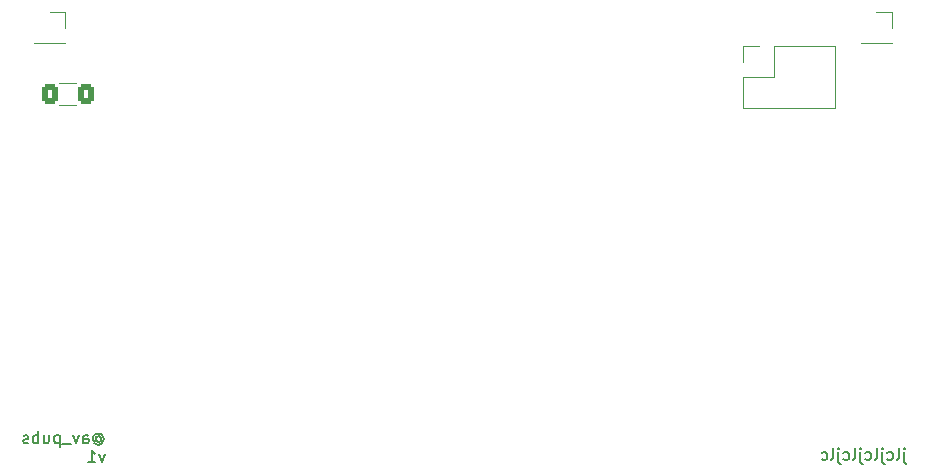
<source format=gbr>
G04 #@! TF.GenerationSoftware,KiCad,Pcbnew,(6.99.0-2452-gdb4f2d9dd8)*
G04 #@! TF.CreationDate,2022-08-01T20:19:13-05:00*
G04 #@! TF.ProjectId,council of matts,636f756e-6369-46c2-906f-66206d617474,rev?*
G04 #@! TF.SameCoordinates,Original*
G04 #@! TF.FileFunction,Legend,Bot*
G04 #@! TF.FilePolarity,Positive*
%FSLAX46Y46*%
G04 Gerber Fmt 4.6, Leading zero omitted, Abs format (unit mm)*
G04 Created by KiCad (PCBNEW (6.99.0-2452-gdb4f2d9dd8)) date 2022-08-01 20:19:13*
%MOMM*%
%LPD*%
G01*
G04 APERTURE LIST*
G04 Aperture macros list*
%AMRoundRect*
0 Rectangle with rounded corners*
0 $1 Rounding radius*
0 $2 $3 $4 $5 $6 $7 $8 $9 X,Y pos of 4 corners*
0 Add a 4 corners polygon primitive as box body*
4,1,4,$2,$3,$4,$5,$6,$7,$8,$9,$2,$3,0*
0 Add four circle primitives for the rounded corners*
1,1,$1+$1,$2,$3*
1,1,$1+$1,$4,$5*
1,1,$1+$1,$6,$7*
1,1,$1+$1,$8,$9*
0 Add four rect primitives between the rounded corners*
20,1,$1+$1,$2,$3,$4,$5,0*
20,1,$1+$1,$4,$5,$6,$7,0*
20,1,$1+$1,$6,$7,$8,$9,0*
20,1,$1+$1,$8,$9,$2,$3,0*%
G04 Aperture macros list end*
%ADD10C,0.150000*%
%ADD11C,0.120000*%
%ADD12R,1.700000X1.700000*%
%ADD13O,1.700000X1.700000*%
%ADD14RoundRect,0.250000X0.400000X0.625000X-0.400000X0.625000X-0.400000X-0.625000X0.400000X-0.625000X0*%
G04 APERTURE END LIST*
D10*
X140361904Y-101915714D02*
X140361904Y-102772857D01*
X140361904Y-102772857D02*
X140409523Y-102868095D01*
X140409523Y-102868095D02*
X140504761Y-102915714D01*
X140504761Y-102915714D02*
X140552380Y-102915714D01*
X140361904Y-101582380D02*
X140409523Y-101630000D01*
X140409523Y-101630000D02*
X140361904Y-101677619D01*
X140361904Y-101677619D02*
X140314285Y-101630000D01*
X140314285Y-101630000D02*
X140361904Y-101582380D01*
X140361904Y-101582380D02*
X140361904Y-101677619D01*
X139742857Y-102582380D02*
X139838095Y-102534761D01*
X139838095Y-102534761D02*
X139885714Y-102439523D01*
X139885714Y-102439523D02*
X139885714Y-101582380D01*
X138933333Y-102534761D02*
X139028571Y-102582380D01*
X139028571Y-102582380D02*
X139219047Y-102582380D01*
X139219047Y-102582380D02*
X139314285Y-102534761D01*
X139314285Y-102534761D02*
X139361904Y-102487142D01*
X139361904Y-102487142D02*
X139409523Y-102391904D01*
X139409523Y-102391904D02*
X139409523Y-102106190D01*
X139409523Y-102106190D02*
X139361904Y-102010952D01*
X139361904Y-102010952D02*
X139314285Y-101963333D01*
X139314285Y-101963333D02*
X139219047Y-101915714D01*
X139219047Y-101915714D02*
X139028571Y-101915714D01*
X139028571Y-101915714D02*
X138933333Y-101963333D01*
X138504761Y-101915714D02*
X138504761Y-102772857D01*
X138504761Y-102772857D02*
X138552380Y-102868095D01*
X138552380Y-102868095D02*
X138647618Y-102915714D01*
X138647618Y-102915714D02*
X138695237Y-102915714D01*
X138504761Y-101582380D02*
X138552380Y-101630000D01*
X138552380Y-101630000D02*
X138504761Y-101677619D01*
X138504761Y-101677619D02*
X138457142Y-101630000D01*
X138457142Y-101630000D02*
X138504761Y-101582380D01*
X138504761Y-101582380D02*
X138504761Y-101677619D01*
X137885714Y-102582380D02*
X137980952Y-102534761D01*
X137980952Y-102534761D02*
X138028571Y-102439523D01*
X138028571Y-102439523D02*
X138028571Y-101582380D01*
X137076190Y-102534761D02*
X137171428Y-102582380D01*
X137171428Y-102582380D02*
X137361904Y-102582380D01*
X137361904Y-102582380D02*
X137457142Y-102534761D01*
X137457142Y-102534761D02*
X137504761Y-102487142D01*
X137504761Y-102487142D02*
X137552380Y-102391904D01*
X137552380Y-102391904D02*
X137552380Y-102106190D01*
X137552380Y-102106190D02*
X137504761Y-102010952D01*
X137504761Y-102010952D02*
X137457142Y-101963333D01*
X137457142Y-101963333D02*
X137361904Y-101915714D01*
X137361904Y-101915714D02*
X137171428Y-101915714D01*
X137171428Y-101915714D02*
X137076190Y-101963333D01*
X136647618Y-101915714D02*
X136647618Y-102772857D01*
X136647618Y-102772857D02*
X136695237Y-102868095D01*
X136695237Y-102868095D02*
X136790475Y-102915714D01*
X136790475Y-102915714D02*
X136838094Y-102915714D01*
X136647618Y-101582380D02*
X136695237Y-101630000D01*
X136695237Y-101630000D02*
X136647618Y-101677619D01*
X136647618Y-101677619D02*
X136599999Y-101630000D01*
X136599999Y-101630000D02*
X136647618Y-101582380D01*
X136647618Y-101582380D02*
X136647618Y-101677619D01*
X136028571Y-102582380D02*
X136123809Y-102534761D01*
X136123809Y-102534761D02*
X136171428Y-102439523D01*
X136171428Y-102439523D02*
X136171428Y-101582380D01*
X135219047Y-102534761D02*
X135314285Y-102582380D01*
X135314285Y-102582380D02*
X135504761Y-102582380D01*
X135504761Y-102582380D02*
X135599999Y-102534761D01*
X135599999Y-102534761D02*
X135647618Y-102487142D01*
X135647618Y-102487142D02*
X135695237Y-102391904D01*
X135695237Y-102391904D02*
X135695237Y-102106190D01*
X135695237Y-102106190D02*
X135647618Y-102010952D01*
X135647618Y-102010952D02*
X135599999Y-101963333D01*
X135599999Y-101963333D02*
X135504761Y-101915714D01*
X135504761Y-101915714D02*
X135314285Y-101915714D01*
X135314285Y-101915714D02*
X135219047Y-101963333D01*
X134790475Y-101915714D02*
X134790475Y-102772857D01*
X134790475Y-102772857D02*
X134838094Y-102868095D01*
X134838094Y-102868095D02*
X134933332Y-102915714D01*
X134933332Y-102915714D02*
X134980951Y-102915714D01*
X134790475Y-101582380D02*
X134838094Y-101630000D01*
X134838094Y-101630000D02*
X134790475Y-101677619D01*
X134790475Y-101677619D02*
X134742856Y-101630000D01*
X134742856Y-101630000D02*
X134790475Y-101582380D01*
X134790475Y-101582380D02*
X134790475Y-101677619D01*
X134171428Y-102582380D02*
X134266666Y-102534761D01*
X134266666Y-102534761D02*
X134314285Y-102439523D01*
X134314285Y-102439523D02*
X134314285Y-101582380D01*
X133361904Y-102534761D02*
X133457142Y-102582380D01*
X133457142Y-102582380D02*
X133647618Y-102582380D01*
X133647618Y-102582380D02*
X133742856Y-102534761D01*
X133742856Y-102534761D02*
X133790475Y-102487142D01*
X133790475Y-102487142D02*
X133838094Y-102391904D01*
X133838094Y-102391904D02*
X133838094Y-102106190D01*
X133838094Y-102106190D02*
X133790475Y-102010952D01*
X133790475Y-102010952D02*
X133742856Y-101963333D01*
X133742856Y-101963333D02*
X133647618Y-101915714D01*
X133647618Y-101915714D02*
X133457142Y-101915714D01*
X133457142Y-101915714D02*
X133361904Y-101963333D01*
X71942857Y-100686190D02*
X71990476Y-100638571D01*
X71990476Y-100638571D02*
X72085714Y-100590952D01*
X72085714Y-100590952D02*
X72180952Y-100590952D01*
X72180952Y-100590952D02*
X72276190Y-100638571D01*
X72276190Y-100638571D02*
X72323809Y-100686190D01*
X72323809Y-100686190D02*
X72371428Y-100781428D01*
X72371428Y-100781428D02*
X72371428Y-100876666D01*
X72371428Y-100876666D02*
X72323809Y-100971904D01*
X72323809Y-100971904D02*
X72276190Y-101019523D01*
X72276190Y-101019523D02*
X72180952Y-101067142D01*
X72180952Y-101067142D02*
X72085714Y-101067142D01*
X72085714Y-101067142D02*
X71990476Y-101019523D01*
X71990476Y-101019523D02*
X71942857Y-100971904D01*
X71942857Y-100590952D02*
X71942857Y-100971904D01*
X71942857Y-100971904D02*
X71895238Y-101019523D01*
X71895238Y-101019523D02*
X71847619Y-101019523D01*
X71847619Y-101019523D02*
X71752380Y-100971904D01*
X71752380Y-100971904D02*
X71704761Y-100876666D01*
X71704761Y-100876666D02*
X71704761Y-100638571D01*
X71704761Y-100638571D02*
X71800000Y-100495714D01*
X71800000Y-100495714D02*
X71942857Y-100400476D01*
X71942857Y-100400476D02*
X72133333Y-100352857D01*
X72133333Y-100352857D02*
X72323809Y-100400476D01*
X72323809Y-100400476D02*
X72466666Y-100495714D01*
X72466666Y-100495714D02*
X72561904Y-100638571D01*
X72561904Y-100638571D02*
X72609523Y-100829047D01*
X72609523Y-100829047D02*
X72561904Y-101019523D01*
X72561904Y-101019523D02*
X72466666Y-101162380D01*
X72466666Y-101162380D02*
X72323809Y-101257619D01*
X72323809Y-101257619D02*
X72133333Y-101305238D01*
X72133333Y-101305238D02*
X71942857Y-101257619D01*
X71942857Y-101257619D02*
X71800000Y-101162380D01*
X70847619Y-101162380D02*
X70847619Y-100638571D01*
X70847619Y-100638571D02*
X70895238Y-100543333D01*
X70895238Y-100543333D02*
X70990476Y-100495714D01*
X70990476Y-100495714D02*
X71180952Y-100495714D01*
X71180952Y-100495714D02*
X71276190Y-100543333D01*
X70847619Y-101114761D02*
X70942857Y-101162380D01*
X70942857Y-101162380D02*
X71180952Y-101162380D01*
X71180952Y-101162380D02*
X71276190Y-101114761D01*
X71276190Y-101114761D02*
X71323809Y-101019523D01*
X71323809Y-101019523D02*
X71323809Y-100924285D01*
X71323809Y-100924285D02*
X71276190Y-100829047D01*
X71276190Y-100829047D02*
X71180952Y-100781428D01*
X71180952Y-100781428D02*
X70942857Y-100781428D01*
X70942857Y-100781428D02*
X70847619Y-100733809D01*
X70466666Y-100495714D02*
X70228571Y-101162380D01*
X70228571Y-101162380D02*
X69990476Y-100495714D01*
X69847619Y-101257619D02*
X69085714Y-101257619D01*
X68847618Y-100495714D02*
X68847618Y-101495714D01*
X68847618Y-100543333D02*
X68752380Y-100495714D01*
X68752380Y-100495714D02*
X68561904Y-100495714D01*
X68561904Y-100495714D02*
X68466666Y-100543333D01*
X68466666Y-100543333D02*
X68419047Y-100590952D01*
X68419047Y-100590952D02*
X68371428Y-100686190D01*
X68371428Y-100686190D02*
X68371428Y-100971904D01*
X68371428Y-100971904D02*
X68419047Y-101067142D01*
X68419047Y-101067142D02*
X68466666Y-101114761D01*
X68466666Y-101114761D02*
X68561904Y-101162380D01*
X68561904Y-101162380D02*
X68752380Y-101162380D01*
X68752380Y-101162380D02*
X68847618Y-101114761D01*
X67514285Y-100495714D02*
X67514285Y-101162380D01*
X67942856Y-100495714D02*
X67942856Y-101019523D01*
X67942856Y-101019523D02*
X67895237Y-101114761D01*
X67895237Y-101114761D02*
X67799999Y-101162380D01*
X67799999Y-101162380D02*
X67657142Y-101162380D01*
X67657142Y-101162380D02*
X67561904Y-101114761D01*
X67561904Y-101114761D02*
X67514285Y-101067142D01*
X67038094Y-101162380D02*
X67038094Y-100162380D01*
X67038094Y-100543333D02*
X66942856Y-100495714D01*
X66942856Y-100495714D02*
X66752380Y-100495714D01*
X66752380Y-100495714D02*
X66657142Y-100543333D01*
X66657142Y-100543333D02*
X66609523Y-100590952D01*
X66609523Y-100590952D02*
X66561904Y-100686190D01*
X66561904Y-100686190D02*
X66561904Y-100971904D01*
X66561904Y-100971904D02*
X66609523Y-101067142D01*
X66609523Y-101067142D02*
X66657142Y-101114761D01*
X66657142Y-101114761D02*
X66752380Y-101162380D01*
X66752380Y-101162380D02*
X66942856Y-101162380D01*
X66942856Y-101162380D02*
X67038094Y-101114761D01*
X66180951Y-101114761D02*
X66085713Y-101162380D01*
X66085713Y-101162380D02*
X65895237Y-101162380D01*
X65895237Y-101162380D02*
X65799999Y-101114761D01*
X65799999Y-101114761D02*
X65752380Y-101019523D01*
X65752380Y-101019523D02*
X65752380Y-100971904D01*
X65752380Y-100971904D02*
X65799999Y-100876666D01*
X65799999Y-100876666D02*
X65895237Y-100829047D01*
X65895237Y-100829047D02*
X66038094Y-100829047D01*
X66038094Y-100829047D02*
X66133332Y-100781428D01*
X66133332Y-100781428D02*
X66180951Y-100686190D01*
X66180951Y-100686190D02*
X66180951Y-100638571D01*
X66180951Y-100638571D02*
X66133332Y-100543333D01*
X66133332Y-100543333D02*
X66038094Y-100495714D01*
X66038094Y-100495714D02*
X65895237Y-100495714D01*
X65895237Y-100495714D02*
X65799999Y-100543333D01*
X72657142Y-102115714D02*
X72419047Y-102782380D01*
X72419047Y-102782380D02*
X72180952Y-102115714D01*
X71276190Y-102782380D02*
X71847618Y-102782380D01*
X71561904Y-102782380D02*
X71561904Y-101782380D01*
X71561904Y-101782380D02*
X71657142Y-101925238D01*
X71657142Y-101925238D02*
X71752380Y-102020476D01*
X71752380Y-102020476D02*
X71847618Y-102068095D01*
D11*
X134470000Y-67570000D02*
X134470000Y-72770000D01*
X129330000Y-67570000D02*
X134470000Y-67570000D01*
X129330000Y-67570000D02*
X129330000Y-70170000D01*
X128060000Y-67570000D02*
X126730000Y-67570000D01*
X126730000Y-67570000D02*
X126730000Y-68900000D01*
X129330000Y-70170000D02*
X126730000Y-70170000D01*
X126730000Y-70170000D02*
X126730000Y-72770000D01*
X126730000Y-72770000D02*
X134470000Y-72770000D01*
X69330000Y-67330000D02*
X66670000Y-67330000D01*
X69330000Y-67270000D02*
X69330000Y-67330000D01*
X69330000Y-67270000D02*
X66670000Y-67270000D01*
X69330000Y-66000000D02*
X69330000Y-64670000D01*
X69330000Y-64670000D02*
X68000000Y-64670000D01*
X66670000Y-67270000D02*
X66670000Y-67330000D01*
X70277064Y-72510000D02*
X68822936Y-72510000D01*
X70277064Y-70690000D02*
X68822936Y-70690000D01*
X139330000Y-67330000D02*
X136670000Y-67330000D01*
X139330000Y-67270000D02*
X139330000Y-67330000D01*
X139330000Y-67270000D02*
X136670000Y-67270000D01*
X139330000Y-66000000D02*
X139330000Y-64670000D01*
X139330000Y-64670000D02*
X138000000Y-64670000D01*
X136670000Y-67270000D02*
X136670000Y-67330000D01*
%LPC*%
D12*
X128059999Y-68899999D03*
D13*
X128059999Y-71439999D03*
X130599999Y-68899999D03*
X130599999Y-71439999D03*
X133139999Y-68899999D03*
X133139999Y-71439999D03*
D12*
X67999999Y-65999999D03*
D14*
X71100000Y-71600000D03*
X68000000Y-71600000D03*
D12*
X137999999Y-65999999D03*
M02*

</source>
